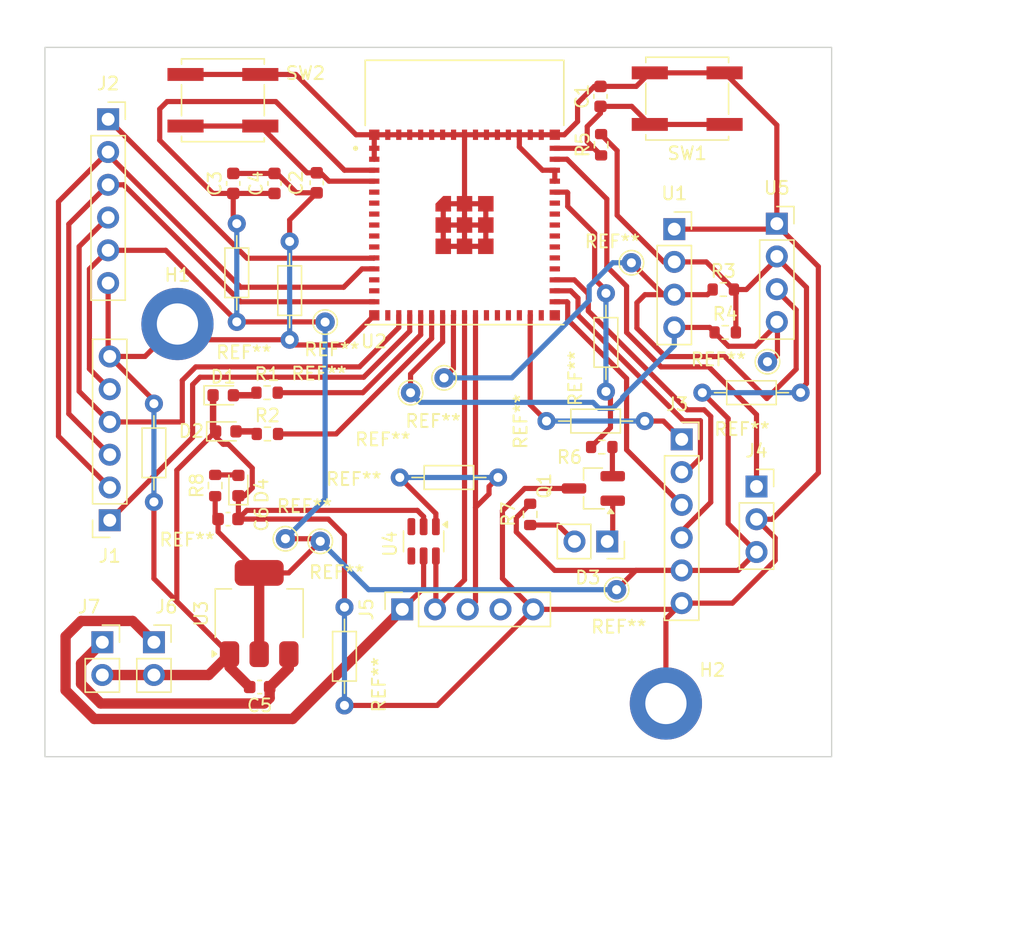
<source format=kicad_pcb>
(kicad_pcb (version 20240108) (generator "pcbnew") (generator_version "8.0")
  (layers (0 "F.Cu" signal "L1") (31 "B.Cu" signal "L4") (34 "B.Paste" user) (35 "F.Paste" user) (36 "B.SilkS" user "B.Silkscreen") (37 "F.SilkS" user "F.Silkscreen") (38 "B.Mask" user) (39 "F.Mask" user) (44 "Edge.Cuts" user))
  (net 0 "")
  (net 1 "GND")
  (net 2 "/ESP32_EN")
  (net 3 "VBUS")
  (net 4 "+3V3")
  (net 5 "/GPIO0")
  (net 6 "Net-(D1-A)")
  (net 7 "Net-(D2-A)")
  (net 8 "/GPIO33")
  (net 9 "/GPIO36")
  (net 10 "/GPIO37")
  (net 11 "/GPIO34")
  (net 12 "/GPIO35")
  (net 13 "/USB_N")
  (net 14 "Net-(D3-K)")
  (net 15 "/USB_P")
  (net 16 "Net-(Q1-B)")
  (net 17 "/GPIO45")
  (net 18 "/GPIO15")
  (net 19 "/GPIO16")
  (net 20 "/I2C_SDA")
  (net 21 "/I2C_SCL")
  (net 22 "/GPIO7")
  (net 23 "/GPIO12")
  (net 24 "/GPIO39")
  (net 25 "/GPIO3")
  (net 26 "/GPIO5")
  (net 27 "/GPIO38")
  (net 28 "/GPIO21")
  (net 29 "/GPIO2")
  (net 30 "/GPIO48")
  (net 31 "/GPIO46")
  (net 32 "/GPIO8")
  (net 33 "/GPIO4")
  (net 34 "/GPIO11")
  (net 35 "/TXD")
  (net 36 "/GPIO1")
  (net 37 "/GPIO10")
  (net 38 "/GPIO41")
  (net 39 "/GPIO6")
  (net 40 "/GPIO40")
  (net 41 "/GPIO47")
  (net 42 "/RXD")
  (net 43 "/GPIO26")
  (net 44 "/GPIO14")
  (net 45 "/GPIO42")
  (net 46 "/GPIO9")
  (net 47 "/GPIO13")
  (net 48 "VBAT")
  (net 49 "Net-(D3-A)")
  (net 50 "Net-(D4-A)")
  (footprint "Resistor_THT:R_Axial_DIN0204_L3.6mm_D1.6mm_P7.62mm_Horizontal" (layer "F.Cu") (at 115 50 -90)
    (property "Reference" "REF**")
    (property "Value" "R_Axial_DIN0204_L3.6mm_D1.6mm_P7.62mm_Horizontal")
  )
  (footprint "Resistor_THT:R_Axial_DIN0204_L3.6mm_D1.6mm_P7.62mm_Horizontal" (layer "F.Cu") (at 139.525 61.635 90)
    (property "Reference" "REF**")
    (property "Value" "R_Axial_DIN0204_L3.6mm_D1.6mm_P7.62mm_Horizontal")
  )
  (footprint "TestPoint:TestPoint_THTPad_D1.5mm_Drill0.7mm" (layer "F.Cu") (at 140.35 77)
    (property "Reference" "REF**")
    (property "Value" "TestPoint_THTPad_D1.5mm_Drill0.7mm")
  )
  (footprint "Capacitor_SMD:C_0603_1608Metric" (layer "F.Cu") (at 110.625 45.5 90)
    (property "Reference" "C3")
    (property "Value" "0.1uF")
  )
  (footprint "MountingHole:MountingHole_3.2mm_M3_DIN965_Pad" (layer "F.Cu") (at 106.3 56.4)
    (property "Reference" "H1")
    (property "Value" "MountingHole_Pad")
  )
  (footprint "Connector_PinSocket_2.54mm:PinSocket_1x04_P2.54mm_Vertical" (layer "F.Cu") (at 144.825 49.045)
    (property "Reference" "U1")
    (property "Value" "DM-OLED096-636")
  )
  (footprint "Capacitor_SMD:C_0603_1608Metric" (layer "F.Cu") (at 113.825 45.5 90)
    (property "Reference" "C4")
    (property "Value" "10uF")
  )
  (footprint "Resistor_SMD:R_0603_1608Metric" (layer "F.Cu") (at 139.15 42.5 90)
    (property "Reference" "R5")
    (property "Value" "10k")
  )
  (footprint "Connector_PinSocket_2.54mm:PinSocket_1x06_P2.54mm_Vertical" (layer "F.Cu") (at 100.925 40.525)
    (property "Reference" "J2")
    (property "Value" "LORA_EXT")
  )
  (footprint "Connector_PinSocket_2.54mm:PinSocket_1x03_P2.54mm_Vertical" (layer "F.Cu") (at 151.2 69)
    (property "Reference" "J4")
    (property "Value" "IR_INPUT")
  )
  (footprint "TestPoint:TestPoint_THTPad_D1.5mm_Drill0.7mm" (layer "F.Cu") (at 117.75 56.25)
    (property "Reference" "REF**")
    (property "Value" "TestPoint_THTPad_D1.5mm_Drill0.7mm")
  )
  (footprint "MountingHole:MountingHole_3.2mm_M3_DIN965_Pad" (layer "F.Cu") (at 144.175 85.825)
    (property "Reference" "H2")
    (property "Value" "MountingHole_Pad")
  )
  (footprint "TestPoint:TestPoint_THTPad_D1.5mm_Drill0.7mm" (layer "F.Cu") (at 152.05 59.325)
    (property "Reference" "REF**")
    (property "Value" "TestPoint_THTPad_D1.5mm_Drill0.7mm")
  )
  (footprint "Connector_PinSocket_2.54mm:PinSocket_1x02_P2.54mm_Vertical" (layer "F.Cu") (at 139.625 73.2625 -90)
    (property "Reference" "D3")
    (property "Value" "IR_TX")
  )
  (footprint "TestPoint:TestPoint_THTPad_D1.5mm_Drill0.7mm" (layer "F.Cu") (at 117.375 73.25)
    (property "Reference" "REF**")
    (property "Value" "TestPoint_THTPad_D1.5mm_Drill0.7mm")
  )
  (footprint "Resistor_SMD:R_0603_1608Metric" (layer "F.Cu") (at 148.625 53.725)
    (property "Reference" "R3")
    (property "Value" "4k7")
  )
  (footprint "LED_SMD:LED_0603_1608Metric" (layer "F.Cu") (at 109.85 61.925)
    (property "Reference" "D1")
    (property "Value" "LED")
  )
  (footprint "Capacitor_SMD:C_0603_1608Metric" (layer "F.Cu") (at 110.225 71.525)
    (property "Reference" "C6")
    (property "Value" "22uF")
  )
  (footprint "Resistor_SMD:R_0603_1608Metric" (layer "F.Cu") (at 109.225 68.925 90)
    (property "Reference" "R8")
    (property "Value" "10k")
  )
  (footprint "Package_TO_SOT_SMD:SOT-23-6" (layer "F.Cu") (at 125.3875 73.25 -90)
    (property "Reference" "U4")
    (property "Value" "SRV05-4")
  )
  (footprint "Resistor_THT:R_Axial_DIN0204_L3.6mm_D1.6mm_P7.62mm_Horizontal" (layer "F.Cu") (at 147 61.725)
    (property "Reference" "REF**")
    (property "Value" "R_Axial_DIN0204_L3.6mm_D1.6mm_P7.62mm_Horizontal")
  )
  (footprint "Button_Switch_SMD:SW_Push_1P1T_NO_CK_KSC6xxJ" (layer "F.Cu") (at 109.825 39.05)
    (property "Reference" "SW2")
    (property "Value" "BOOT")
  )
  (footprint "Capacitor_SMD:C_0603_1608Metric" (layer "F.Cu") (at 117.1 45.45 -90)
    (property "Reference" "C2")
    (property "Value" "0.1uF")
  )
  (footprint "Resistor_SMD:R_0603_1608Metric" (layer "F.Cu") (at 113.275 64.925)
    (property "Reference" "R2")
    (property "Value" "1K")
  )
  (footprint "LED_SMD:LED_0603_1608Metric" (layer "F.Cu") (at 111.025 68.925 90)
    (property "Reference" "D4")
    (property "Value" "LED")
  )
  (footprint "Capacitor_SMD:C_0603_1608Metric" (layer "F.Cu") (at 139.1 38.75 90)
    (property "Reference" "C1")
    (property "Value" "0.1uF")
  )
  (footprint "Connector_PinSocket_2.54mm:PinSocket_1x02_P2.54mm_Vertical" (layer "F.Cu") (at 104.475 81.075)
    (property "Reference" "J6")
    (property "Value" "POWER_USB")
  )
  (footprint "TestPoint:TestPoint_THTPad_D1.5mm_Drill0.7mm" (layer "F.Cu") (at 126.975 60.575)
    (property "Reference" "REF**")
    (property "Value" "TestPoint_THTPad_D1.5mm_Drill0.7mm")
  )
  (footprint "Resistor_SMD:R_0603_1608Metric" (layer "F.Cu") (at 148.775 57.05)
    (property "Reference" "R4")
    (property "Value" "4k7")
  )
  (footprint "Resistor_SMD:R_0603_1608Metric" (layer "F.Cu") (at 113.25 61.725)
    (property "Reference" "R1")
    (property "Value" "1K")
  )
  (footprint "Connector_PinSocket_2.54mm:PinSocket_1x02_P2.54mm_Vertical" (layer "F.Cu") (at 100.475 81.075)
    (property "Reference" "J7")
    (property "Value" "POWER_BATTERY_OUT")
  )
  (footprint "Resistor_THT:R_Axial_DIN0204_L3.6mm_D1.6mm_P7.62mm_Horizontal" (layer "F.Cu") (at 104.475 62.575 -90)
    (property "Reference" "REF**")
    (property "Value" "R_Axial_DIN0204_L3.6mm_D1.6mm_P7.62mm_Horizontal")
  )
  (footprint "Capacitor_SMD:C_0603_1608Metric" (layer "F.Cu") (at 112.675 84.55 180)
    (property "Reference" "C5")
    (property "Value" "10uF")
  )
  (footprint "Resistor_SMD:R_0603_1608Metric" (layer "F.Cu") (at 133.65 71.1625 -90)
    (property "Reference" "R7")
    (property "Value" "1k")
  )
  (footprint "Connector_PinSocket_2.54mm:PinSocket_1x06_P2.54mm_Vertical" (layer "F.Cu") (at 145.4 65.345)
    (property "Reference" "J3")
    (property "Value" "SD_CARD_EXT")
  )
  (footprint "Button_Switch_SMD:SW_Push_1P1T_NO_CK_KSC6xxJ" (layer "F.Cu") (at 145.825 38.925)
    (property "Reference" "SW1")
    (property "Value" "RESET")
  )
  (footprint "Resistor_THT:R_Axial_DIN0204_L3.6mm_D1.6mm_P7.62mm_Horizontal" (layer "F.Cu") (at 142.535 63.925 180)
    (property "Reference" "REF**")
    (property "Value" "R_Axial_DIN0204_L3.6mm_D1.6mm_P7.62mm_Horizontal")
  )
  (footprint "Resistor_SMD:R_0603_1608Metric" (layer "F.Cu") (at 139.2 65.9375)
    (property "Reference" "R6")
    (property "Value" "1k")
  )
  (footprint "Package_TO_SOT_SMD:SOT-23_Handsoldering" (layer "F.Cu") (at 138.55 69.15 180)
    (property "Reference" "Q1")
    (property "Value" "NPN")
  )
  (footprint "Connector_PinSocket_2.54mm:PinSocket_1x04_P2.54mm_Vertical" (layer "F.Cu") (at 152.775 48.62)
    (property "Reference" "U5")
    (property "Value" "DM-OLED096-636")
  )
  (footprint "LED_SMD:LED_0603_1608Metric" (layer "F.Cu") (at 110.05 64.725)
    (property "Reference" "D2")
    (property "Value" "LED")
  )
  (footprint "Package_TO_SOT_SMD:SOT-223-3_TabPin2" (layer "F.Cu") (at 112.6375 78.85 90)
    (property "Reference" "U3")
    (property "Value" "AMS1117-3.3")
  )
  (footprint "TestPoint:TestPoint_THTPad_D1.5mm_Drill0.7mm" (layer "F.Cu") (at 114.675 73.05)
    (property "Reference" "REF**")
    (property "Value" "TestPoint_THTPad_D1.5mm_Drill0.7mm")
  )
  (footprint "PCM_Espressif:XCVR_ESP32-S3-MINI-1-N8" (layer "F.Cu") (at 128.56 48.725)
    (property "Reference" "U2")
    (property "Value" "ESP32-S3-MINI-1-N8")
  )
  (footprint "TestPoint:TestPoint_THTPad_D1.5mm_Drill0.7mm" (layer "F.Cu") (at 124.375 61.725)
    (property "Reference" "REF**")
    (property "Value" "TestPoint_THTPad_D1.5mm_Drill0.7mm")
  )
  (footprint "Resistor_THT:R_Axial_DIN0204_L3.6mm_D1.6mm_P7.62mm_Horizontal" (layer "F.Cu") (at 123.54 68.3)
    (property "Reference" "REF**")
    (property "Value" "R_Axial_DIN0204_L3.6mm_D1.6mm_P7.62mm_Horizontal")
  )
  (footprint "TestPoint:TestPoint_THTPad_D1.5mm_Drill0.7mm" (layer "F.Cu") (at 141.5 51.65)
    (property "Reference" "REF**")
    (property "Value" "TestPoint_THTPad_D1.5mm_Drill0.7mm")
  )
  (footprint "Connector_PinSocket_2.54mm:PinSocket_1x06_P2.54mm_Vertical" (layer "F.Cu") (at 101.05 71.615 180)
    (property "Reference" "J1")
    (property "Value" "NFC_EXT")
  )
  (footprint "Connector_PinSocket_2.54mm:PinSocket_1x05_P2.54mm_Vertical" (layer "F.Cu") (at 123.73 78.525 90)
    (property "Reference" "J5")
    (property "Value" "USB_B_Micro")
  )
  (footprint "Resistor_THT:R_Axial_DIN0204_L3.6mm_D1.6mm_P7.62mm_Horizontal" (layer "F.Cu") (at 110.9 48.615 -90)
    (property "Reference" "REF**")
    (property "Value" "R_Axial_DIN0204_L3.6mm_D1.6mm_P7.62mm_Horizontal")
  )
  (footprint "Resistor_THT:R_Axial_DIN0204_L3.6mm_D1.6mm_P7.62mm_Horizontal" (layer "F.Cu") (at 119.25 85.975 90)
    (property "Reference" "REF**")
    (property "Value" "R_Axial_DIN0204_L3.6mm_D1.6mm_P7.62mm_Horizontal")
  )
  (gr_rect (start 96.025 34.95) (end 157.025 89.95) (stroke (width 0.1)) (fill none) (layer "Edge.Cuts"))
  (segment (start 112.1 67.57355) (end 110.25145 65.725) (width 0.4) (layer "F.Cu") (net 1))
  (segment (start 115 50) (end 115 48.325) (width 0.4) (layer "F.Cu") (net 1))
  (segment (start 136.3 41.725) (end 137.325 40.7) (width 0.4) (layer "F.Cu") (net 1))
  (segment (start 100.925 53.225) (end 100.925 58.79) (width 0.4) (layer "F.Cu") (net 1))
  (segment (start 119.26 58.025) (end 121.56 55.725) (width 0.4) (layer "F.Cu") (net 1))
  (segment (start 119.25 72.775) (end 118 71.525) (width 0.4) (layer "F.Cu") (net 1))
  (segment (start 133.225588 69.15) (end 131.5 70.875588) (width 0.4) (layer "F.Cu") (net 1))
  (segment (start 115.475 37.05) (end 120.15 41.725) (width 0.4) (layer "F.Cu") (net 1))
  (segment (start 144.825 49.045) (end 152.555 49.045) (width 0.4) (layer "F.Cu") (net 1))
  (segment (start 103.785 58.915) (end 106.3 56.4) (width 0.4) (layer "F.Cu") (net 1))
  (segment (start 104.475 70.195) (end 104.475 76.1375) (width 0.4) (layer "F.Cu") (net 1))
  (segment (start 111.025 69.7125) (end 111.025 71.5) (width 0.4) (layer "F.Cu") (net 1))
  (segment (start 151.2 71.54) (end 152.65 72.99) (width 0.4) (layer "F.Cu") (net 1))
  (segment (start 110.3375 82.9875) (end 111.9 84.55) (width 0.8) (layer "F.Cu") (net 1))
  (segment (start 135.56 44.475) (end 135.56 45.325) (width 0.4) (layer "F.Cu") (net 1))
  (segment (start 104.475 76.1375) (end 110.3375 82) (width 0.4) (layer "F.Cu") (net 1))
  (segment (start 152.825 48.775) (end 155.995 51.945) (width 0.4) (layer "F.Cu") (net 1))
  (segment (start 119.25 85.975) (end 126.44 85.975) (width 0.4) (layer "F.Cu") (net 1))
  (segment (start 137.05 69.15) (end 133.225588 69.15) (width 0.4) (layer "F.Cu") (net 1))
  (segment (start 104.475 83.615) (end 108.7225 83.615) (width 0.8) (layer "F.Cu") (net 1))
  (segment (start 106.25 67.7375) (end 106.25 77.9125) (width 0.4) (layer "F.Cu") (net 1))
  (segment (start 115 57.62) (end 107.52 57.62) (width 0.4) (layer "F.Cu") (net 1))
  (segment (start 110.25145 65.725) (end 109.85 65.725) (width 0.4) (layer "F.Cu") (net 1))
  (segment (start 152.555 49.045) (end 152.825 48.775) (width 0.4) (layer "F.Cu") (net 1))
  (segment (start 128.56 47.075) (end 128.56 50.375) (width 0.4) (layer "F.Cu") (net 1))
  (segment (start 115.525 46.225) (end 117.1 46.225) (width 0.4) (layer "F.Cu") (net 1))
  (segment (start 152.65 72.99) (end 152.65 74.725) (width 0.4) (layer "F.Cu") (net 1))
  (segment (start 109.2625 65.1375) (end 109.2625 64.725) (width 0.4) (layer "F.Cu") (net 1))
  (segment (start 155.995 51.945) (end 155.995 67.947081) (width 0.4) (layer "F.Cu") (net 1))
  (segment (start 115 57.62) (end 115.405 58.025) (width 0.4) (layer "F.Cu") (net 1))
  (segment (start 111.025 71.5) (end 111 71.525) (width 0.4) (layer "F.Cu") (net 1))
  (segment (start 112.725 37.05) (end 115.475 37.05) (width 0.4) (layer "F.Cu") (net 1))
  (segment (start 126.91 50.375) (end 130.21 50.375) (width 0.4) (layer "F.Cu") (net 1))
  (segment (start 111.675 70.85) (end 111 71.525) (width 0.4) (layer "F.Cu") (net 1))
  (segment (start 118 71.525) (end 111 71.525) (width 0.4) (layer "F.Cu") (net 1))
  (segment (start 139.1 37.975) (end 141.875 37.975) (width 0.4) (layer "F.Cu") (net 1))
  (segment (start 125.3875 71.335184) (end 124.902316 70.85) (width 0.4) (layer "F.Cu") (net 1))
  (segment (start 106.925 37.05) (end 112.725 37.05) (width 0.4) (layer "F.Cu") (net 1))
  (segment (start 109.0625 61.925) (end 109.0625 64.525) (width 0.5) (layer "F.Cu") (net 1))
  (segment (start 126.91 48.725) (end 130.21 48.725) (width 0.4) (layer "F.Cu") (net 1))
  (segment (start 155.995 67.947081) (end 152.402081 71.54) (width 0.4) (layer "F.Cu") (net 1))
  (segment (start 144.175 79.27) (end 145.4 78.045) (width 0.4) (layer "F.Cu") (net 1))
  (segment (start 114.025 44.725) (end 115.525 46.225) (width 0.4) (layer "F.Cu") (net 1))
  (segment (start 110.3375 82) (end 110.3375 82.9875) (width 0.8) (layer "F.Cu") (net 1))
  (segment (start 132.81 41.725) (end 132.81 42.675) (width 0.4) (layer "F.Cu") (net 1))
  (segment (start 131.5 76.135) (end 133.89 78.525) (width 0.4) (layer "F.Cu") (net 1))
  (segment (start 138.625 37.975) (end 139.1 37.975) (width 0.4) (layer "F.Cu") (net 1))
  (segment (start 152.402081 71.54) (end 151.2 71.54) (width 0.4) (layer "F.Cu") (net 1))
  (segment (start 115 48.325) (end 117.1 46.225) (width 0.4) (layer "F.Cu") (net 1))
  (segment (start 101.05 58.915) (end 104.475 62.34) (width 0.4) (layer "F.Cu") (net 1))
  (segment (start 142.925 36.925) (end 148.725 36.925) (width 0.4) (layer "F.Cu") (net 1))
  (segment (start 152.65 74.725) (end 149.33 78.045) (width 0.4) (layer "F.Cu") (net 1))
  (segment (start 134.61 44.475) (end 135.56 44.475) (width 0.4) (layer "F.Cu") (net 1))
  (segment (start 107.52 57.62) (end 106.3 56.4) (width 0.4) (layer "F.Cu") (net 1))
  (segment (start 113.825 44.725) (end 114.025 44.725) (width 0.4) (layer "F.Cu") (net 1))
  (segment (start 128.56 47.075) (end 128.56 41.725) (width 0.4) (layer "F.Cu") (net 1))
  (segment (start 137.325 40.7) (end 137.325 39.275) (width 0.4) (layer "F.Cu") (net 1))
  (segment (start 144.92 78.525) (end 145.4 78.045) (width 0.4) (layer "F.Cu") (net 1))
  (segment (start 144.175 85.825) (end 144.175 79.27) (width 0.4) (layer "F.Cu") (net 1))
  (segment (start 115.405 58.025) (end 119.26 58.025) (width 0.4) (layer "F.Cu") (net 1))
  (segment (start 133.89 78.525) (end 144.92 78.525) (width 0.4) (layer "F.Cu") (net 1))
  (segment (start 130.21 47.075) (end 130.21 50.375) (width 0.4) (layer "F.Cu") (net 1))
  (segment (start 125.3875 72.1125) (end 125.3875 71.335184) (width 0.4) (layer "F.Cu") (net 1))
  (segment (start 132.81 42.675) (end 134.61 44.475) (width 0.4) (layer "F.Cu") (net 1))
  (segment (start 148.725 36.925) (end 152.775 40.975) (width 0.4) (layer "F.Cu") (net 1))
  (segment (start 101.05 58.915) (end 103.785 58.915) (width 0.4) (layer "F.Cu") (net 1))
  (segment (start 111.025 69.7125) (end 111.499999 69.7125) (width 0.4) (layer "F.Cu") (net 1))
  (segment (start 124.902316 70.85) (end 111.675 70.85) (width 0.4) (layer "F.Cu") (net 1))
  (segment (start 126.91 47.075) (end 130.21 47.075) (width 0.4) (layer "F.Cu") (net 1))
  (segment (start 141.875 37.975) (end 142.925 36.925) (width 0.4) (layer "F.Cu") (net 1))
  (segment (start 120.15 41.725) (end 121.56 41.725) (width 0.4) (layer "F.Cu") (net 1))
  (segment (start 111.499999 69.7125) (end 112.1 69.112499) (width 0.4) (layer "F.Cu") (net 1))
  (segment (start 135.56 41.725) (end 136.3 41.725) (width 0.4) (layer "F.Cu") (net 1))
  (segment (start 100.475 83.615) (end 104.475 83.615) (width 0.8) (layer "F.Cu") (net 1))
  (segment (start 110.625 44.725) (end 113.825 44.725) (width 0.4) (layer "F.Cu") (net 1))
  (segment (start 108.7225 83.615) (end 110.3375 82) (width 0.8) (layer "F.Cu") (net 1))
  (segment (start 119.25 78.355) (end 119.25 72.775) (width 0.4) (layer "F.Cu") (net 1))
  (segment (start 100.925 58.79) (end 101.05 58.915) (width 0.4) (layer "F.Cu") (net 1))
  (segment (start 126.91 47.075) (end 126.91 50.375) (width 0.4) (layer "F.Cu") (net 1))
  (segment (start 131.5 70.875588) (end 131.5 76.135) (width 0.4) (layer "F.Cu") (net 1))
  (segment (start 121.56 41.725) (end 121.56 43.625) (width 0.4) (layer "F.Cu") (net 1))
  (segment (start 137.325 39.275) (end 138.625 37.975) (width 0.4) (layer "F.Cu") (net 1))
  (segment (start 126.44 85.975) (end 133.89 78.525) (width 0.4) (layer "F.Cu") (net 1))
  (segment (start 109.0625 64.525) (end 109.2625 64.725) (width 0.5) (layer "F.Cu") (net 1))
  (segment (start 112.1 69.112499) (end 112.1 67.57355) (width 0.4) (layer "F.Cu") (net 1))
  (segment (start 121.56 41.725) (end 135.56 41.725) (width 0.4) (layer "F.Cu") (net 1))
  (segment (start 109.85 65.725) (end 109.2625 65.1375) (width 0.4) (layer "F.Cu") (net 1))
  (segment (start 106.25 77.9125) (end 110.3375 82) (width 0.4) (layer "F.Cu") (net 1))
  (segment (start 152.775 40.975) (end 152.775 48.62) (width 0.4) (layer "F.Cu") (net 1))
  (segment (start 109.2625 64.725) (end 106.25 67.7375) (width 0.4) (layer "F.Cu") (net 1))
  (segment (start 104.475 62.34) (end 104.475 62.575) (width 0.4) (layer "F.Cu") (net 1))
  (segment (start 149.33 78.045) (end 145.4 78.045) (width 0.4) (layer "F.Cu") (net 1))
  (segment (start 115 50) (end 115 57.62) (width 0.4) (layer "B.Cu") (net 1))
  (segment (start 119.25 78.355) (end 119.25 85.975) (width 0.4) (layer "B.Cu") (net 1))
  (segment (start 104.475 62.575) (end 104.475 70.195) (width 0.4) (layer "B.Cu") (net 1))
  (segment (start 141.525 39.525) (end 142.925 40.925) (width 0.4) (layer "F.Cu") (net 2))
  (segment (start 138.075 42.25) (end 139.15 43.325) (width 0.4) (layer "F.Cu") (net 2))
  (segment (start 138.075 41.08137) (end 138.075 42.25) (width 0.4) (layer "F.Cu") (net 2))
  (segment (start 139.1 39.525) (end 139.1 40.05637) (width 0.4) (layer "F.Cu") (net 2))
  (segment (start 139.1 39.525) (end 141.525 39.525) (width 0.4) (layer "F.Cu") (net 2))
  (segment (start 142.925 40.925) (end 148.725 40.925) (width 0.4) (layer "F.Cu") (net 2))
  (segment (start 135.56 42.775) (end 138.6 42.775) (width 0.4) (layer "F.Cu") (net 2))
  (segment (start 139.1 40.05637) (end 138.075 41.08137) (width 0.4) (layer "F.Cu") (net 2))
  (segment (start 138.6 42.775) (end 139.15 43.325) (width 0.4) (layer "F.Cu") (net 2))
  (segment (start 99.85 87.025) (end 115.23 87.025) (width 0.8) (layer "F.Cu") (net 3))
  (segment (start 97.625 84.8) (end 99.85 87.025) (width 0.8) (layer "F.Cu") (net 3))
  (segment (start 98.825 79.425) (end 97.625 80.625) (width 0.8) (layer "F.Cu") (net 3))
  (segment (start 102.825 79.425) (end 98.825 79.425) (width 0.8) (layer "F.Cu") (net 3))
  (segment (start 125.3875 74.3875) (end 125.3875 76.8675) (width 0.4) (layer "F.Cu") (net 3))
  (segment (start 104.475 81.075) (end 102.825 79.425) (width 0.8) (layer "F.Cu") (net 3))
  (segment (start 115.23 87.025) (end 123.73 78.525) (width 0.8) (layer "F.Cu") (net 3))
  (segment (start 97.625 80.625) (end 97.625 84.8) (width 0.8) (layer "F.Cu") (net 3))
  (segment (start 125.3875 76.8675) (end 123.73 78.525) (width 0.4) (layer "F.Cu") (net 3))
  (segment (start 112.6375 82) (end 112.6375 75.7) (width 0.8) (layer "F.Cu") (net 4))
  (segment (start 99.475 59.88) (end 101.05 61.455) (width 0.4) (layer "F.Cu") (net 4))
  (segment (start 110.9 56.191673) (end 105.393327 50.685) (width 0.4) (layer "F.Cu") (net 4))
  (segment (start 110.9 56.235) (end 110.9 56.191673) (width 0.4) (layer "F.Cu") (net 4))
  (segment (start 139.15 41.713088) (end 140.393088 42.956176) (width 0.4) (layer "F.Cu") (net 4))
  (segment (start 110.9 56.235) (end 117.735 56.235) (width 0.4) (layer "F.Cu") (net 4))
  (segment (start 112.6375 75.7) (end 114.925 75.7) (width 0.4) (layer "F.Cu") (net 4))
  (segment (start 132.575 71.4125) (end 132.575 72.525) (width 0.4) (layer "F.Cu") (net 4))
  (segment (start 144.01 51.585) (end 144.825 51.585) (width 0.4) (layer "F.Cu") (net 4))
  (segment (start 119.25 44.475) (end 113.925 39.15) (width 0.4) (layer "F.Cu") (net 4))
  (segment (start 155.075 61.02) (end 154.695 61.4) (width 0.4) (layer "F.Cu") (net 4))
  (segment (start 148.99863 71.87863) (end 151.2 74.08) (width 0.4) (layer "F.Cu") (net 4))
  (segment (start 132.575 72.525) (end 135.555 75.505) (width 0.4) (layer "F.Cu") (net 4))
  (segment (start 109.225 71.3) (end 109.45 71.525) (width 0.4) (layer "F.Cu") (net 4))
  (segment (start 150.415 53.725) (end 149.45 53.725) (width 0.4) (layer "F.Cu") (net 4))
  (segment (start 149.6 53.875) (end 149.45 53.725) (width 0.4) (layer "F.Cu") (net 4))
  (segment (start 109.45 72.5125) (end 112.6375 75.7) (width 0.4) (layer "F.Cu") (net 4))
  (segment (start 145.4 75.505) (end 149.775 75.505) (width 0.4) (layer "F.Cu") (net 4))
  (segment (start 140.393088 42.956176) (end 140.393088 47.968088) (width 0.4) (layer "F.Cu") (net 4))
  (segment (start 140.35 77) (end 141.845 75.505) (width 0.4) (layer "F.Cu") (net 4))
  (segment (start 99.475 52.135) (end 99.475 59.88) (width 0.4) (layer "F.Cu") (net 4))
  (segment (start 117.735 56.235) (end 117.75 56.25) (width 0.4) (layer "F.Cu") (net 4))
  (segment (start 141.845 75.505) (end 145.4 75.505) (width 0.4) (layer "F.Cu") (net 4))
  (segment (start 140.393088 47.968088) (end 144.01 51.585) (width 0.4) (layer "F.Cu") (net 4))
  (segment (start 155.075 53.565) (end 155.075 61.02) (width 0.4) (layer "F.Cu") (net 4))
  (segment (start 148.99863 63.72363) (end 148.99863 71.87863) (width 0.4) (layer "F.Cu") (net 4))
  (segment (start 121.56 44.475) (end 119.25 44.475) (width 0.4) (layer "F.Cu") (net 4))
  (segment (start 114.675 73.05) (end 117.175 73.05) (width 0.4) (layer "F.Cu") (net 4))
  (segment (start 113.925 39.15) (end 105.5 39.15) (width 0.4) (layer "F.Cu") (net 4))
  (segment (start 105.5 39.15) (end 104.925 39.725) (width 0.4) (layer "F.Cu") (net 4))
  (segment (start 104.925 39.725) (end 104.925 42.15) (width 0.4) (layer "F.Cu") (net 4))
  (segment (start 109.45 71.525) (end 109.45 72.5125) (width 0.4) (layer "F.Cu") (net 4))
  (segment (start 149.6 57.05) (end 149.6 53.875) (width 0.4) (layer "F.Cu") (net 4))
  (segment (start 100.925 50.685) (end 99.475 52.135) (width 0.4) (layer "F.Cu") (net 4))
  (segment (start 110.625 46.275) (end 113.825 46.275) (width 0.4) (layer "F.Cu") (net 4))
  (segment (start 133.65 70.3375) (end 132.575 71.4125) (width 0.4) (layer "F.Cu") (net 4))
  (segment (start 144.825 51.585) (end 147.31 51.585) (width 0.4) (layer "F.Cu") (net 4))
  (segment (start 109.05 46.275) (end 110.625 46.275) (width 0.4) (layer "F.Cu") (net 4))
  (segment (start 152.825 51.315) (end 155.075 53.565) (width 0.4) (layer "F.Cu") (net 4))
  (segment (start 117.175 73.05) (end 117.375 73.25) (width 0.4) (layer "F.Cu") (net 4))
  (segment (start 104.925 42.15) (end 109.05 46.275) (width 0.4) (layer "F.Cu") (net 4))
  (segment (start 149.775 75.505) (end 151.2 74.08) (width 0.4) (layer "F.Cu") (net 4))
  (segment (start 152.825 51.315) (end 150.415 53.725) (width 0.4) (layer "F.Cu") (net 4))
  (segment (start 135.555 75.505) (end 145.4 75.505) (width 0.4) (layer "F.Cu") (net 4))
  (segment (start 147 61.725) (end 148.99863 63.72363) (width 0.4) (layer "F.Cu") (net 4))
  (segment (start 110.625 48.34) (end 110.9 48.615) (width 0.4) (layer "F.Cu") (net 4))
  (segment (start 114.925 75.7) (end 117.375 73.25) (width 0.4) (layer "F.Cu") (net 4))
  (segment (start 109.225 69.75) (end 109.225 71.3) (width 0.4) (layer "F.Cu") (net 4))
  (segment (start 110.625 46.275) (end 110.625 48.34) (width 0.4) (layer "F.Cu") (net 4))
  (segment (start 139.15 41.675) (end 139.15 41.713088) (width 0.4) (layer "F.Cu") (net 4))
  (segment (start 105.393327 50.685) (end 100.925 50.685) (width 0.4) (layer "F.Cu") (net 4))
  (segment (start 147.31 51.585) (end 149.45 53.725) (width 0.4) (layer "F.Cu") (net 4))
  (segment (start 117.75 69.975) (end 117.75 56.25) (width 0.4) (layer "B.Cu") (net 4))
  (segment (start 117.375 73.25) (end 121.125 77) (width 0.4) (layer "B.Cu") (net 4))
  (segment (start 114.675 73.05) (end 117.75 69.975) (width 0.4) (layer "B.Cu") (net 4))
  (segment (start 147 61.725) (end 154.62 61.725) (width 0.4) (layer "B.Cu") (net 4))
  (segment (start 121.125 77) (end 140.35 77) (width 0.4) (layer "B.Cu") (net 4))
  (segment (start 110.9 48.615) (end 110.9 56.235) (width 0.4) (layer "B.Cu") (net 4))
  (segment (start 118.05 45.325) (end 121.56 45.325) (width 0.4) (layer "F.Cu") (net 5))
  (segment (start 117.1 44.675) (end 117.4 44.675) (width 0.4) (layer "F.Cu") (net 5))
  (segment (start 116.35 44.675) (end 117.1 44.675) (width 0.4) (layer "F.Cu") (net 5))
  (segment (start 117.4 44.675) (end 118.05 45.325) (width 0.4) (layer "F.Cu") (net 5))
  (segment (start 106.925 41.05) (end 112.725 41.05) (width 0.4) (layer "F.Cu") (net 5))
  (segment (start 112.725 41.05) (end 116.35 44.675) (width 0.4) (layer "F.Cu") (net 5))
  (segment (start 110.6375 61.925) (end 112.225 61.925) (width 0.5) (layer "F.Cu") (net 6))
  (segment (start 112.225 61.925) (end 112.425 61.725) (width 0.5) (layer "F.Cu") (net 6))
  (segment (start 112.25 64.725) (end 112.45 64.925) (width 0.5) (layer "F.Cu") (net 7))
  (segment (start 110.8375 64.725) (end 112.25 64.725) (width 0.5) (layer "F.Cu") (net 7))
  (segment (start 145.52637 63.895) (end 137.36 55.72863) (width 0.4) (layer "F.Cu") (net 9))
  (segment (start 145.4 67.885) (end 145.76 67.885) (width 0.4) (layer "F.Cu") (net 9))
  (segment (start 146.85 63.895) (end 145.52637 63.895) (width 0.4) (layer "F.Cu") (net 9))
  (segment (start 145.76 67.885) (end 146.85 66.795) (width 0.4) (layer "F.Cu") (net 9))
  (segment (start 146.85 66.795) (end 146.85 63.895) (width 0.4) (layer "F.Cu") (net 9))
  (segment (start 136.791371 53.825) (end 135.56 53.825) (width 0.4) (layer "F.Cu") (net 9))
  (segment (start 137.36 55.72863) (end 137.36 54.393629) (width 0.4) (layer "F.Cu") (net 9))
  (segment (start 137.36 54.393629) (end 136.791371 53.825) (width 0.4) (layer "F.Cu") (net 9))
  (segment (start 138.16 55.39726) (end 138.16 54.062259) (width 0.4) (layer "F.Cu") (net 10))
  (segment (start 145.4 72.47561) (end 147.65 70.22561) (width 0.4) (layer "F.Cu") (net 10))
  (segment (start 145.81274 63.05) (end 138.16 55.39726) (width 0.4) (layer "F.Cu") (net 10))
  (segment (start 137.072741 52.975) (end 135.56 52.975) (width 0.4) (layer "F.Cu") (net 10))
  (segment (start 147.65 70.22561) (end 147.65 63.563629) (width 0.4) (layer "F.Cu") (net 10))
  (segment (start 138.16 54.062259) (end 137.072741 52.975) (width 0.4) (layer "F.Cu") (net 10))
  (segment (start 147.65 63.563629) (end 147.136371 63.05) (width 0.4) (layer "F.Cu") (net 10))
  (segment (start 145.4 72.965) (end 145.4 72.47561) (width 0.4) (layer "F.Cu") (net 10))
  (segment (start 147.136371 63.05) (end 145.81274 63.05) (width 0.4) (layer "F.Cu") (net 10))
  (segment (start 133.65 55.735) (end 133.65 62.66) (width 0.4) (layer "F.Cu") (net 11))
  (segment (start 133.66 55.725) (end 133.65 55.735) (width 0.4) (layer "F.Cu") (net 11))
  (segment (start 143.98 63.925) (end 145.4 65.345) (width 0.4) (layer "F.Cu") (net 11))
  (segment (start 142.535 63.925) (end 143.98 63.925) (width 0.4) (layer "F.Cu") (net 11))
  (segment (start 133.65 62.66) (end 134.915 63.925) (width 0.4) (layer "F.Cu") (net 11))
  (segment (start 134.915 63.925) (end 142.535 63.925) (width 0.4) (layer "B.Cu") (net 11))
  (segment (start 136.51 54.675) (end 136.56 54.725) (width 0.4) (layer "F.Cu") (net 12))
  (segment (start 135.56 54.675) (end 136.51 54.675) (width 0.4) (layer "F.Cu") (net 12))
  (segment (start 136.56 54.725) (end 136.56 56.06) (width 0.4) (layer "F.Cu") (net 12))
  (segment (start 136.56 56.06) (end 141.125 60.625) (width 0.4) (layer "F.Cu") (net 12))
  (segment (start 141.125 66.15) (end 145.4 70.425) (width 0.4) (layer "F.Cu") (net 12))
  (segment (start 141.125 60.625) (end 141.125 66.15) (width 0.4) (layer "F.Cu") (net 12))
  (segment (start 128.56 76.235) (end 126.27 78.525) (width 0.4) (layer "F.Cu") (net 13))
  (segment (start 126.3375 78.4575) (end 126.27 78.525) (width 0.4) (layer "F.Cu") (net 13))
  (segment (start 126.3375 74.3875) (end 126.3375 78.4575) (width 0.4) (layer "F.Cu") (net 13))
  (segment (start 128.56 55.725) (end 128.56 76.235) (width 0.4) (layer "F.Cu") (net 13))
  (segment (start 140.05 70.1) (end 140.05 72.8375) (width 0.4) (layer "F.Cu") (net 14))
  (segment (start 140.05 72.8375) (end 139.625 73.2625) (width 0.4) (layer "F.Cu") (net 14))
  (segment (start 129.41 70.625) (end 129.41 77.925) (width 0.4) (layer "F.Cu") (net 15))
  (segment (start 129.41 55.725) (end 129.41 70.625) (width 0.4) (layer "F.Cu") (net 15))
  (segment (start 126.3375 71.0975) (end 126.3375 72.1125) (width 0.4) (layer "F.Cu") (net 15))
  (segment (start 129.41 77.925) (end 128.81 78.525) (width 0.4) (layer "F.Cu") (net 15))
  (segment (start 131.16 68.3) (end 130.46 69) (width 0.4) (layer "F.Cu") (net 15))
  (segment (start 130.46 69) (end 130.46 69.575) (width 0.4) (layer "F.Cu") (net 15))
  (segment (start 130.46 69.575) (end 129.41 70.625) (width 0.4) (layer "F.Cu") (net 15))
  (segment (start 123.54 68.3) (end 126.3375 71.0975) (width 0.4) (layer "F.Cu") (net 15))
  (segment (start 131.16 68.3) (end 123.54 68.3) (width 0.4) (layer "B.Cu") (net 15))
  (segment (start 140.025 68.175) (end 140.05 68.2) (width 0.4) (layer "F.Cu") (net 16))
  (segment (start 140.025 65.9375) (end 140.025 68.175) (width 0.4) (layer "F.Cu") (net 16))
  (segment (start 135.56 46.175) (end 136.51 46.175) (width 0.4) (layer "F.Cu") (net 17))
  (segment (start 136.56 47.285) (end 138.65 49.375) (width 0.4) (layer "F.Cu") (net 17))
  (segment (start 138.65 49.375) (end 138.65 52.925) (width 0.4) (layer "F.Cu") (net 17))
  (segment (start 139.875 64.4375) (end 138.375 65.9375) (width 0.4) (layer "F.Cu") (net 17))
  (segment (start 138.65 52.925) (end 139.875 54.15) (width 0.4) (layer "F.Cu") (net 17))
  (segment (start 136.56 46.225) (end 136.56 47.285) (width 0.4) (layer "F.Cu") (net 17))
  (segment (start 139.875 61.77) (end 139.875 64.4375) (width 0.4) (layer "F.Cu") (net 17))
  (segment (start 136.51 46.175) (end 136.56 46.225) (width 0.4) (layer "F.Cu") (net 17))
  (segment (start 139.525 54.015) (end 139.525 61.635) (width 0.4) (layer "B.Cu") (net 17))
  (segment (start 125.16 57.23774) (end 120.67274 61.725) (width 0.4) (layer "F.Cu") (net 18))
  (segment (start 120.67274 61.725) (end 114.075 61.725) (width 0.4) (layer "F.Cu") (net 18))
  (segment (start 125.16 55.725) (end 125.16 57.23774) (width 0.4) (layer "F.Cu") (net 18))
  (segment (start 126.01 57.51911) (end 126.01 55.725) (width 0.4) (layer "F.Cu") (net 19))
  (segment (start 114.1 64.925) (end 118.60411 64.925) (width 0.4) (layer "F.Cu") (net 19))
  (segment (start 118.60411 64.925) (end 126.01 57.51911) (width 0.4) (layer "F.Cu") (net 19))
  (segment (start 154.275 55.305) (end 152.825 53.855) (width 0.4) (layer "F.Cu") (net 20))
  (segment (start 148.75 58.925) (end 152 62.175) (width 0.4) (layer "F.Cu") (net 20))
  (segment (start 143.975 54.125) (end 144.825 54.125) (width 0.4) (layer "F.Cu") (net 20))
  (segment (start 127.71 55.725) (end 127.7 55.735) (width 0.4) (layer "F.Cu") (net 20))
  (segment (start 152 62.175) (end 154.275 59.9) (width 0.4) (layer "F.Cu") (net 20))
  (segment (start 142.55 54.125) (end 141.925 54.75) (width 0.4) (layer "F.Cu") (net 20))
  (segment (start 127.7 59.85) (end 126.975 60.575) (width 0.4) (layer "F.Cu") (net 20))
  (segment (start 147.4 54.125) (end 147.8 53.725) (width 0.4) (layer "F.Cu") (net 20))
  (segment (start 127.7 55.735) (end 127.7 59.85) (width 0.4) (layer "F.Cu") (net 20))
  (segment (start 141.925 56.71863) (end 144.13137 58.925) (width 0.4) (layer "F.Cu") (net 20))
  (segment (start 144.825 54.125) (end 142.55 54.125) (width 0.4) (layer "F.Cu") (net 20))
  (segment (start 144.13137 58.925) (end 148.75 58.925) (width 0.4) (layer "F.Cu") (net 20))
  (segment (start 144.825 54.125) (end 147.4 54.125) (width 0.4) (layer "F.Cu") (net 20))
  (segment (start 141.925 54.75) (end 141.925 56.71863) (width 0.4) (layer "F.Cu") (net 20))
  (segment (start 154.275 59.9) (end 154.275 55.305) (width 0.4) (layer "F.Cu") (net 20))
  (segment (start 141.5 51.65) (end 143.975 54.125) (width 0.4) (layer "F.Cu") (net 20))
  (segment (start 126.975 60.575) (end 132.225 60.575) (width 0.4) (layer "B.Cu") (net 20))
  (segment (start 138.225 53.476522) (end 140.051522 51.65) (width 0.4) (layer "B.Cu") (net 20))
  (segment (start 140.051522 51.65) (end 141.5 51.65) (width 0.4) (layer "B.Cu") (net 20))
  (segment (start 138.225 54.575) (end 138.225 53.476522) (width 0.4) (layer "B.Cu") (net 20))
  (segment (start 132.225 60.575) (end 138.225 54.575) (width 0.4) (layer "B.Cu") (net 20))
  (segment (start 152.825 56.395) (end 152.825 58.8) (width 0.4) (layer "F.Cu") (net 21))
  (segment (start 126.86 55.725) (end 126.86 57.80048) (width 0.4) (layer "F.Cu") (net 21))
  (segment (start 151.095 58.125) (end 149.025 58.125) (width 0.4) (layer "F.Cu") (net 21))
  (segment (start 126.86 57.80048) (end 124.375 60.28548) (width 0.4) (layer "F.Cu") (net 21))
  (segment (start 124.375 60.28548) (end 124.375 61.725) (width 0.4) (layer "F.Cu") (net 21))
  (segment (start 152.825 58.8) (end 152.075 59.55) (width 0.4) (layer "F.Cu") (net 21))
  (segment (start 152.825 56.395) (end 151.095 58.125) (width 0.4) (layer "F.Cu") (net 21))
  (segment (start 149.025 58.125) (end 147.95 57.05) (width 0.4) (layer "F.Cu") (net 21))
  (segment (start 144.825 56.665) (end 147.565 56.665) (width 0.4) (layer "F.Cu") (net 21))
  (segment (start 147.565 56.665) (end 147.95 57.05) (width 0.4) (layer "F.Cu") (net 21))
  (segment (start 140.825 62.173478) (end 140.825 62.075) (width 0.4) (layer "B.Cu") (net 21))
  (segment (start 138.526522 62.475) (end 138.986522 62.935) (width 0.4) (layer "B.Cu") (net 21))
  (segment (start 138.986522 62.935) (end 140.063478 62.935) (width 0.4) (layer "B.Cu") (net 21))
  (segment (start 140.063478 62.935) (end 140.825 62.173478) (width 0.4) (layer "B.Cu") (net 21))
  (segment (start 124.375 61.725) (end 125.125 62.475) (width 0.4) (layer "B.Cu") (net 21))
  (segment (start 144.825 58.075) (end 144.825 56.665) (width 0.4) (layer "B.Cu") (net 21))
  (segment (start 125.125 62.475) (end 138.526522 62.475) (width 0.4) (layer "B.Cu") (net 21))
  (segment (start 140.825 62.075) (end 144.825 58.075) (width 0.4) (layer "B.Cu") (net 21))
  (segment (start 121.535 51.3) (end 121.56 51.275) (width 0.4) (layer "F.Cu") (net 22))
  (segment (start 111.7 51.3) (end 121.535 51.3) (width 0.4) (layer "F.Cu") (net 22))
  (segment (start 100.925 40.525) (end 111.7 51.3) (width 0.4) (layer "F.Cu") (net 22))
  (segment (start 147.5 59.725) (end 151.2 63.425) (width 0.4) (layer "F.Cu") (net 31))
  (segment (start 139.593088 51.943088) (end 141.125 53.475) (width 0.4) (layer "F.Cu") (net 31))
  (segment (start 141.125 53.475) (end 141.125 57.05) (width 0.4) (layer "F.Cu") (net 31))
  (segment (start 151.2 63.425) (end 151.2 69) (width 0.4) (layer "F.Cu") (net 31))
  (segment (start 143.8 59.725) (end 147.5 59.725) (width 0.4) (layer "F.Cu") (net 31))
  (segment (start 136.51 43.625) (end 139.593088 46.708088) (width 0.4) (layer "F.Cu") (net 31))
  (segment (start 135.56 43.625) (end 136.51 43.625) (width 0.4) (layer "F.Cu") (net 31))
  (segment (start 139.593088 46.708088) (end 139.593088 51.943088) (width 0.4) (layer "F.Cu") (net 31))
  (segment (start 141.125 57.05) (end 143.8 59.725) (width 0.4) (layer "F.Cu") (net 31))
  (segment (start 111.20637 53.55) (end 119.185 53.55) (width 0.4) (layer "F.Cu") (net 32))
  (segment (start 97.075 46.915) (end 97.075 65.1) (width 0.4) (layer "F.Cu") (net 32))
  (segment (start 120.61 52.125) (end 121.56 52.125) (width 0.4) (layer "F.Cu") (net 32))
  (segment (start 100.925 43.26863) (end 111.20637 53.55) (width 0.4) (layer "F.Cu") (net 32))
  (segment (start 119.185 53.55) (end 120.61 52.125) (width 0.4) (layer "F.Cu") (net 32))
  (segment (start 97.075 65.1) (end 101.05 69.075) (width 0.4) (layer "F.Cu") (net 32))
  (segment (start 100.925 43.065) (end 100.925 43.26863) (width 0.4) (layer "F.Cu") (net 32))
  (segment (start 100.925 43.065) (end 97.075 46.915) (width 0.4) (layer "F.Cu") (net 32))
  (segment (start 97.875 63.36) (end 97.875 48.655) (width 0.4) (layer "F.Cu") (net 34))
  (segment (start 97.875 48.655) (end 100.925 45.605) (width 0.4) (layer "F.Cu") (net 34))
  (segment (start 111.2 54.675) (end 121.56 54.675) (width 0.4) (layer "F.Cu") (net 34))
  (segment (start 100.925 45.605) (end 102.13 45.605) (width 0.4) (layer "F.Cu") (net 34))
  (segment (start 101.05 66.535) (end 97.875 63.36) (width 0.4) (layer "F.Cu") (net 34))
  (segment (start 102.13 45.605) (end 111.2 54.675) (width 0.4) (layer "F.Cu") (net 34))
  (segment (start 108.05 60.525) (end 107.475 61.1) (width 0.4) (layer "F.Cu") (net 44))
  (segment (start 120.74137 60.525) (end 108.05 60.525) (width 0.4) (layer "F.Cu") (net 44))
  (segment (start 124.31 55.725) (end 124.31 56.95637) (width 0.4) (layer "F.Cu") (net 44))
  (segment (start 124.31 56.95637) (end 120.74137 60.525) (width 0.4) (layer "F.Cu") (net 44))
  (segment (start 107.475 61.1) (end 107.475 65.19) (width 0.4) (layer "F.Cu") (net 44))
  (segment (start 107.475 65.19) (end 101.05 71.615) (width 0.4) (layer "F.Cu") (net 44))
  (segment (start 101.05 63.995) (end 98.675 61.62) (width 0.4) (layer "F.Cu") (net 47))
  (segment (start 98.675 50.395) (end 100.925 48.145) (width 0.4) (layer "F.Cu") (net 47))
  (segment (start 120.41 59.725) (end 107.718629 59.725) (width 0.4) (layer "F.Cu") (net 47))
  (segment (start 106.675 63.995) (end 101.05 63.995) (width 0.4) (layer "F.Cu") (net 47))
  (segment (start 123.46 55.725) (end 123.46 56.675) (width 0.4) (layer "F.Cu") (net 47))
  (segment (start 106.675 60.768629) (end 106.675 63.995) (width 0.4) (layer "F.Cu") (net 47))
  (segment (start 123.46 56.675) (end 120.41 59.725) (width 0.4) (layer "F.Cu") (net 47))
  (segment (start 107.718629 59.725) (end 106.675 60.768629) (width 0.4) (layer "F.Cu") (net 47))
  (segment (start 98.675 61.62) (end 98.675 50.395) (width 0.4) (layer "F.Cu") (net 47))
  (segment (start 100.475 81.075) (end 98.825 82.725) (width 0.8) (layer "F.Cu") (net 48))
  (segment (start 98.825 84.3) (end 100.35 85.825) (width 0.8) (layer "F.Cu") (net 48))
  (segment (start 113.45 85.4) (end 113.45 84.55) (width 0.8) (layer "F.Cu") (net 48))
  (segment (start 114.9375 82) (end 114.9375 83.0625) (width 0.8) (layer "F.Cu") (net 48))
  (segment (start 98.825 82.725) (end 98.825 84.3) (width 0.8) (layer "F.Cu") (net 48))
  (segment (start 114.9375 83.0625) (end 113.45 84.55) (width 0.8) (layer "F.Cu") (net 48))
  (segment (start 113.025 85.825) (end 113.45 85.4) (width 0.8) (layer "F.Cu") (net 48))
  (segment (start 100.35 85.825) (end 113.025 85.825) (width 0.8) (layer "F.Cu") (net 48))
  (segment (start 135.81 71.9875) (end 137.085 73.2625) (width 0.4) (layer "F.Cu") (net 49))
  (segment (start 133.65 71.9875) (end 135.81 71.9875) (width 0.4) (layer "F.Cu") (net 49))
  (segment (start 109.225 68.1) (end 110.9875 68.1) (width 0.4) (layer "F.Cu") (net 50))
  (segment (start 110.9875 68.1) (end 111.025 68.1375) (width 0.4) (layer "F.Cu") (net 50))
)
</source>
